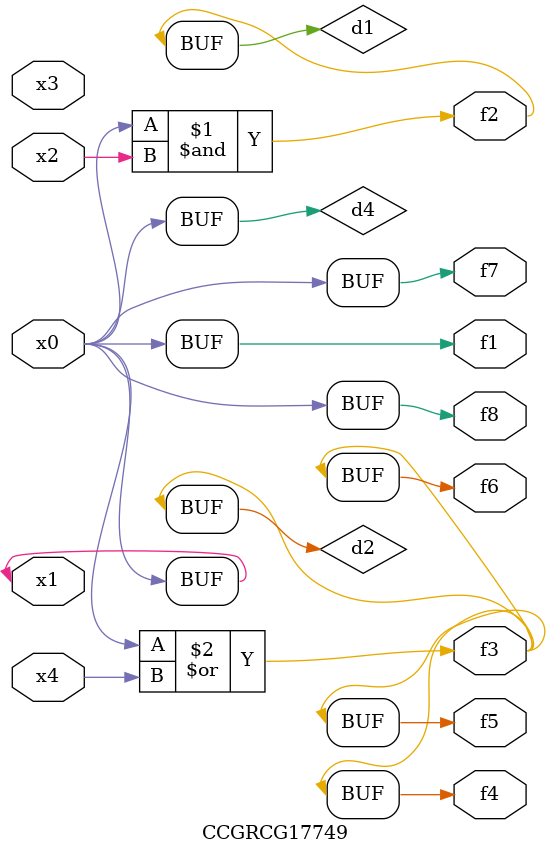
<source format=v>
module CCGRCG17749(
	input x0, x1, x2, x3, x4,
	output f1, f2, f3, f4, f5, f6, f7, f8
);

	wire d1, d2, d3, d4;

	and (d1, x0, x2);
	or (d2, x0, x4);
	nand (d3, x0, x2);
	buf (d4, x0, x1);
	assign f1 = d4;
	assign f2 = d1;
	assign f3 = d2;
	assign f4 = d2;
	assign f5 = d2;
	assign f6 = d2;
	assign f7 = d4;
	assign f8 = d4;
endmodule

</source>
